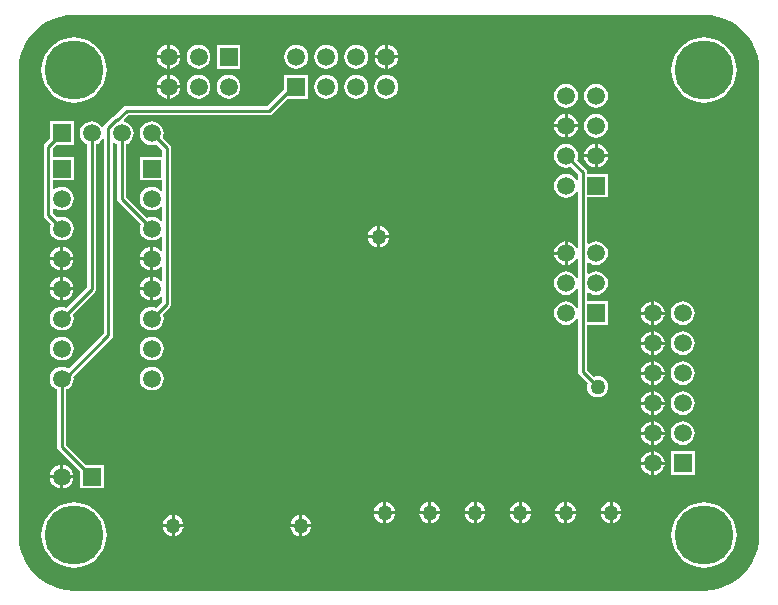
<source format=gbl>
G04 Layer_Physical_Order=2*
G04 Layer_Color=16711680*
%FSLAX24Y24*%
%MOIN*%
G70*
G01*
G75*
%ADD21C,0.0100*%
%ADD22R,0.0591X0.0591*%
%ADD23C,0.0591*%
%ADD24R,0.0591X0.0591*%
%ADD25C,0.1969*%
%ADD26C,0.0500*%
G36*
X21241Y17334D02*
X21479Y17287D01*
X21708Y17209D01*
X21925Y17102D01*
X22126Y16967D01*
X22308Y16808D01*
X22467Y16626D01*
X22602Y16425D01*
X22709Y16208D01*
X22787Y15979D01*
X22834Y15741D01*
X22849Y15510D01*
X22847Y15500D01*
Y0D01*
X22849Y-10D01*
X22834Y-241D01*
X22787Y-479D01*
X22709Y-708D01*
X22602Y-925D01*
X22467Y-1126D01*
X22308Y-1308D01*
X22126Y-1467D01*
X21925Y-1602D01*
X21708Y-1709D01*
X21479Y-1787D01*
X21241Y-1834D01*
X21010Y-1849D01*
X21000Y-1847D01*
X0D01*
X-10Y-1849D01*
X-241Y-1834D01*
X-479Y-1787D01*
X-708Y-1709D01*
X-925Y-1602D01*
X-1126Y-1467D01*
X-1308Y-1308D01*
X-1467Y-1126D01*
X-1602Y-925D01*
X-1709Y-708D01*
X-1787Y-479D01*
X-1834Y-241D01*
X-1849Y-10D01*
X-1847Y0D01*
Y15500D01*
X-1849Y15510D01*
X-1834Y15741D01*
X-1787Y15979D01*
X-1709Y16208D01*
X-1602Y16425D01*
X-1467Y16626D01*
X-1308Y16808D01*
X-1126Y16967D01*
X-925Y17102D01*
X-708Y17209D01*
X-479Y17287D01*
X-241Y17334D01*
X-10Y17349D01*
X0Y17347D01*
X21000D01*
X21010Y17349D01*
X21241Y17334D01*
D02*
G37*
%LPC*%
G36*
X19344Y2792D02*
Y2450D01*
X19686D01*
X19679Y2503D01*
X19639Y2599D01*
X19576Y2682D01*
X19494Y2745D01*
X19397Y2785D01*
X19344Y2792D01*
D02*
G37*
G36*
X19244Y2792D02*
X19191Y2785D01*
X19095Y2745D01*
X19012Y2682D01*
X18949Y2599D01*
X18909Y2503D01*
X18902Y2450D01*
X19244D01*
Y2792D01*
D02*
G37*
G36*
Y2350D02*
X18902D01*
X18909Y2297D01*
X18949Y2201D01*
X19012Y2118D01*
X19095Y2055D01*
X19191Y2015D01*
X19244Y2008D01*
Y2350D01*
D02*
G37*
G36*
X20294Y3799D02*
X20191Y3785D01*
X20095Y3745D01*
X20012Y3682D01*
X19949Y3599D01*
X19909Y3503D01*
X19896Y3400D01*
X19909Y3297D01*
X19949Y3201D01*
X20012Y3118D01*
X20095Y3055D01*
X20191Y3015D01*
X20294Y3001D01*
X20397Y3015D01*
X20494Y3055D01*
X20576Y3118D01*
X20639Y3201D01*
X20679Y3297D01*
X20693Y3400D01*
X20679Y3503D01*
X20639Y3599D01*
X20576Y3682D01*
X20494Y3745D01*
X20397Y3785D01*
X20294Y3799D01*
D02*
G37*
G36*
X19244Y3792D02*
X19191Y3785D01*
X19095Y3745D01*
X19012Y3682D01*
X18949Y3599D01*
X18909Y3503D01*
X18902Y3450D01*
X19244D01*
Y3792D01*
D02*
G37*
G36*
Y3350D02*
X18902D01*
X18909Y3297D01*
X18949Y3201D01*
X19012Y3118D01*
X19095Y3055D01*
X19191Y3015D01*
X19244Y3008D01*
Y3350D01*
D02*
G37*
G36*
X19686D02*
X19344D01*
Y3008D01*
X19397Y3015D01*
X19494Y3055D01*
X19576Y3118D01*
X19639Y3201D01*
X19679Y3297D01*
X19686Y3350D01*
D02*
G37*
G36*
Y2350D02*
X19344D01*
Y2008D01*
X19397Y2015D01*
X19494Y2055D01*
X19576Y2118D01*
X19639Y2201D01*
X19679Y2297D01*
X19686Y2350D01*
D02*
G37*
G36*
X-461Y1900D02*
X-803D01*
X-796Y1847D01*
X-756Y1751D01*
X-693Y1668D01*
X-610Y1605D01*
X-514Y1565D01*
X-461Y1558D01*
Y1900D01*
D02*
G37*
G36*
X17950Y1096D02*
Y800D01*
X18246D01*
X18241Y841D01*
X18206Y927D01*
X18150Y1000D01*
X18077Y1056D01*
X17991Y1091D01*
X17950Y1096D01*
D02*
G37*
G36*
X17850D02*
X17809Y1091D01*
X17723Y1056D01*
X17650Y1000D01*
X17594Y927D01*
X17559Y841D01*
X17554Y800D01*
X17850D01*
Y1096D01*
D02*
G37*
G36*
X-19Y1900D02*
X-361D01*
Y1558D01*
X-308Y1565D01*
X-212Y1605D01*
X-129Y1668D01*
X-66Y1751D01*
X-26Y1847D01*
X-19Y1900D01*
D02*
G37*
G36*
X20689Y2795D02*
X19899D01*
Y2005D01*
X20689D01*
Y2795D01*
D02*
G37*
G36*
X-361Y2342D02*
Y2000D01*
X-19D01*
X-26Y2053D01*
X-66Y2149D01*
X-129Y2232D01*
X-212Y2295D01*
X-308Y2335D01*
X-361Y2342D01*
D02*
G37*
G36*
X-461D02*
X-514Y2335D01*
X-610Y2295D01*
X-693Y2232D01*
X-756Y2149D01*
X-796Y2053D01*
X-803Y2000D01*
X-461D01*
Y2342D01*
D02*
G37*
G36*
X19344Y3792D02*
Y3450D01*
X19686D01*
X19679Y3503D01*
X19639Y3599D01*
X19576Y3682D01*
X19494Y3745D01*
X19397Y3785D01*
X19344Y3792D01*
D02*
G37*
G36*
Y5792D02*
Y5450D01*
X19686D01*
X19679Y5503D01*
X19639Y5599D01*
X19576Y5682D01*
X19494Y5745D01*
X19397Y5785D01*
X19344Y5792D01*
D02*
G37*
G36*
X19244Y5792D02*
X19191Y5785D01*
X19095Y5745D01*
X19012Y5682D01*
X18949Y5599D01*
X18909Y5503D01*
X18902Y5450D01*
X19244D01*
Y5792D01*
D02*
G37*
G36*
Y5350D02*
X18902D01*
X18909Y5297D01*
X18949Y5201D01*
X19012Y5118D01*
X19095Y5055D01*
X19191Y5015D01*
X19244Y5008D01*
Y5350D01*
D02*
G37*
G36*
X-411Y6618D02*
X-514Y6605D01*
X-610Y6565D01*
X-693Y6501D01*
X-756Y6419D01*
X-796Y6323D01*
X-810Y6219D01*
X-796Y6116D01*
X-756Y6020D01*
X-693Y5938D01*
X-610Y5874D01*
X-514Y5834D01*
X-411Y5821D01*
X-308Y5834D01*
X-212Y5874D01*
X-129Y5938D01*
X-66Y6020D01*
X-26Y6116D01*
X-12Y6219D01*
X-26Y6323D01*
X-66Y6419D01*
X-129Y6501D01*
X-212Y6565D01*
X-308Y6605D01*
X-411Y6618D01*
D02*
G37*
G36*
X19686Y6350D02*
X19344D01*
Y6008D01*
X19397Y6015D01*
X19494Y6055D01*
X19576Y6118D01*
X19639Y6201D01*
X19679Y6297D01*
X19686Y6350D01*
D02*
G37*
G36*
X20294Y6799D02*
X20191Y6785D01*
X20095Y6745D01*
X20012Y6682D01*
X19949Y6599D01*
X19909Y6503D01*
X19896Y6400D01*
X19909Y6297D01*
X19949Y6201D01*
X20012Y6118D01*
X20095Y6055D01*
X20191Y6015D01*
X20294Y6001D01*
X20397Y6015D01*
X20494Y6055D01*
X20576Y6118D01*
X20639Y6201D01*
X20679Y6297D01*
X20693Y6400D01*
X20679Y6503D01*
X20639Y6599D01*
X20576Y6682D01*
X20494Y6745D01*
X20397Y6785D01*
X20294Y6799D01*
D02*
G37*
G36*
X2589Y6618D02*
X2486Y6605D01*
X2390Y6565D01*
X2307Y6501D01*
X2244Y6419D01*
X2204Y6323D01*
X2190Y6219D01*
X2204Y6116D01*
X2244Y6020D01*
X2307Y5938D01*
X2390Y5874D01*
X2486Y5834D01*
X2589Y5821D01*
X2692Y5834D01*
X2788Y5874D01*
X2871Y5938D01*
X2934Y6020D01*
X2974Y6116D01*
X2988Y6219D01*
X2974Y6323D01*
X2934Y6419D01*
X2871Y6501D01*
X2788Y6565D01*
X2692Y6605D01*
X2589Y6618D01*
D02*
G37*
G36*
X19686Y5350D02*
X19344D01*
Y5008D01*
X19397Y5015D01*
X19494Y5055D01*
X19576Y5118D01*
X19639Y5201D01*
X19679Y5297D01*
X19686Y5350D01*
D02*
G37*
G36*
X19244Y4350D02*
X18902D01*
X18909Y4297D01*
X18949Y4201D01*
X19012Y4118D01*
X19095Y4055D01*
X19191Y4015D01*
X19244Y4008D01*
Y4350D01*
D02*
G37*
G36*
X19686D02*
X19344D01*
Y4008D01*
X19397Y4015D01*
X19494Y4055D01*
X19576Y4118D01*
X19639Y4201D01*
X19679Y4297D01*
X19686Y4350D01*
D02*
G37*
G36*
X20294Y4799D02*
X20191Y4785D01*
X20095Y4745D01*
X20012Y4682D01*
X19949Y4599D01*
X19909Y4503D01*
X19896Y4400D01*
X19909Y4297D01*
X19949Y4201D01*
X20012Y4118D01*
X20095Y4055D01*
X20191Y4015D01*
X20294Y4001D01*
X20397Y4015D01*
X20494Y4055D01*
X20576Y4118D01*
X20639Y4201D01*
X20679Y4297D01*
X20693Y4400D01*
X20679Y4503D01*
X20639Y4599D01*
X20576Y4682D01*
X20494Y4745D01*
X20397Y4785D01*
X20294Y4799D01*
D02*
G37*
G36*
X19244Y4792D02*
X19191Y4785D01*
X19095Y4745D01*
X19012Y4682D01*
X18949Y4599D01*
X18909Y4503D01*
X18902Y4450D01*
X19244D01*
Y4792D01*
D02*
G37*
G36*
X20294Y5799D02*
X20191Y5785D01*
X20095Y5745D01*
X20012Y5682D01*
X19949Y5599D01*
X19909Y5503D01*
X19896Y5400D01*
X19909Y5297D01*
X19949Y5201D01*
X20012Y5118D01*
X20095Y5055D01*
X20191Y5015D01*
X20294Y5001D01*
X20397Y5015D01*
X20494Y5055D01*
X20576Y5118D01*
X20639Y5201D01*
X20679Y5297D01*
X20693Y5400D01*
X20679Y5503D01*
X20639Y5599D01*
X20576Y5682D01*
X20494Y5745D01*
X20397Y5785D01*
X20294Y5799D01*
D02*
G37*
G36*
X2589Y5618D02*
X2486Y5605D01*
X2390Y5565D01*
X2307Y5501D01*
X2244Y5419D01*
X2204Y5323D01*
X2190Y5219D01*
X2204Y5116D01*
X2244Y5020D01*
X2307Y4938D01*
X2390Y4874D01*
X2486Y4834D01*
X2589Y4821D01*
X2692Y4834D01*
X2788Y4874D01*
X2871Y4938D01*
X2934Y5020D01*
X2974Y5116D01*
X2988Y5219D01*
X2974Y5323D01*
X2934Y5419D01*
X2871Y5501D01*
X2788Y5565D01*
X2692Y5605D01*
X2589Y5618D01*
D02*
G37*
G36*
X19344Y4792D02*
Y4450D01*
X19686D01*
X19679Y4503D01*
X19639Y4599D01*
X19576Y4682D01*
X19494Y4745D01*
X19397Y4785D01*
X19344Y4792D01*
D02*
G37*
G36*
X16440Y1096D02*
Y800D01*
X16736D01*
X16731Y841D01*
X16696Y927D01*
X16640Y1000D01*
X16567Y1056D01*
X16481Y1091D01*
X16440Y1096D01*
D02*
G37*
G36*
X10300Y700D02*
X10004D01*
X10009Y659D01*
X10044Y573D01*
X10100Y500D01*
X10173Y444D01*
X10259Y409D01*
X10300Y404D01*
Y700D01*
D02*
G37*
G36*
X7609Y665D02*
Y368D01*
X7905D01*
X7900Y410D01*
X7865Y495D01*
X7808Y568D01*
X7735Y624D01*
X7650Y659D01*
X7609Y665D01*
D02*
G37*
G36*
X7509D02*
X7467Y659D01*
X7382Y624D01*
X7309Y568D01*
X7253Y495D01*
X7218Y410D01*
X7212Y368D01*
X7509D01*
Y665D01*
D02*
G37*
G36*
X10696Y700D02*
X10400D01*
Y404D01*
X10441Y409D01*
X10527Y444D01*
X10600Y500D01*
X10656Y573D01*
X10691Y659D01*
X10696Y700D01*
D02*
G37*
G36*
X13320D02*
X13024D01*
X13029Y659D01*
X13064Y573D01*
X13120Y500D01*
X13193Y444D01*
X13279Y409D01*
X13320Y404D01*
Y700D01*
D02*
G37*
G36*
X12206D02*
X11910D01*
Y404D01*
X11951Y409D01*
X12037Y444D01*
X12110Y500D01*
X12166Y573D01*
X12201Y659D01*
X12206Y700D01*
D02*
G37*
G36*
X11810D02*
X11514D01*
X11519Y659D01*
X11554Y573D01*
X11610Y500D01*
X11683Y444D01*
X11769Y409D01*
X11810Y404D01*
Y700D01*
D02*
G37*
G36*
X3355Y665D02*
Y368D01*
X3652D01*
X3646Y410D01*
X3611Y495D01*
X3555Y568D01*
X3482Y624D01*
X3397Y659D01*
X3355Y665D01*
D02*
G37*
G36*
X3255Y268D02*
X2959D01*
X2964Y227D01*
X2999Y142D01*
X3056Y69D01*
X3129Y12D01*
X3214Y-23D01*
X3255Y-28D01*
Y268D01*
D02*
G37*
G36*
X21000Y1088D02*
X20830Y1074D01*
X20664Y1034D01*
X20506Y969D01*
X20361Y880D01*
X20231Y769D01*
X20120Y639D01*
X20031Y494D01*
X19966Y336D01*
X19926Y170D01*
X19912Y0D01*
X19926Y-170D01*
X19966Y-336D01*
X20031Y-494D01*
X20120Y-639D01*
X20231Y-769D01*
X20361Y-880D01*
X20506Y-969D01*
X20664Y-1034D01*
X20830Y-1074D01*
X21000Y-1088D01*
X21170Y-1074D01*
X21336Y-1034D01*
X21494Y-969D01*
X21639Y-880D01*
X21769Y-769D01*
X21880Y-639D01*
X21969Y-494D01*
X22034Y-336D01*
X22074Y-170D01*
X22088Y0D01*
X22074Y170D01*
X22034Y336D01*
X21969Y494D01*
X21880Y639D01*
X21769Y769D01*
X21639Y880D01*
X21494Y969D01*
X21336Y1034D01*
X21170Y1074D01*
X21000Y1088D01*
D02*
G37*
G36*
X0D02*
X-170Y1074D01*
X-336Y1034D01*
X-494Y969D01*
X-639Y880D01*
X-769Y769D01*
X-880Y639D01*
X-969Y494D01*
X-1034Y336D01*
X-1074Y170D01*
X-1088Y0D01*
X-1074Y-170D01*
X-1034Y-336D01*
X-969Y-494D01*
X-880Y-639D01*
X-769Y-769D01*
X-639Y-880D01*
X-494Y-969D01*
X-336Y-1034D01*
X-170Y-1074D01*
X0Y-1088D01*
X170Y-1074D01*
X336Y-1034D01*
X494Y-969D01*
X639Y-880D01*
X769Y-769D01*
X880Y-639D01*
X969Y-494D01*
X1034Y-336D01*
X1074Y-170D01*
X1088Y0D01*
X1074Y170D01*
X1034Y336D01*
X969Y494D01*
X880Y639D01*
X769Y769D01*
X639Y880D01*
X494Y969D01*
X336Y1034D01*
X170Y1074D01*
X0Y1088D01*
D02*
G37*
G36*
X3652Y268D02*
X3355D01*
Y-28D01*
X3397Y-23D01*
X3482Y12D01*
X3555Y69D01*
X3611Y142D01*
X3646Y227D01*
X3652Y268D01*
D02*
G37*
G36*
X3255Y665D02*
X3214Y659D01*
X3129Y624D01*
X3056Y568D01*
X2999Y495D01*
X2964Y410D01*
X2959Y368D01*
X3255D01*
Y665D01*
D02*
G37*
G36*
X7905Y268D02*
X7609D01*
Y-28D01*
X7650Y-23D01*
X7735Y12D01*
X7808Y69D01*
X7865Y142D01*
X7900Y227D01*
X7905Y268D01*
D02*
G37*
G36*
X7509D02*
X7212D01*
X7218Y227D01*
X7253Y142D01*
X7309Y69D01*
X7382Y12D01*
X7467Y-23D01*
X7509Y-28D01*
Y268D01*
D02*
G37*
G36*
X13716Y700D02*
X13420D01*
Y404D01*
X13461Y409D01*
X13547Y444D01*
X13620Y500D01*
X13676Y573D01*
X13711Y659D01*
X13716Y700D01*
D02*
G37*
G36*
X13320Y1096D02*
X13279Y1091D01*
X13193Y1056D01*
X13120Y1000D01*
X13064Y927D01*
X13029Y841D01*
X13024Y800D01*
X13320D01*
Y1096D01*
D02*
G37*
G36*
X11910D02*
Y800D01*
X12206D01*
X12201Y841D01*
X12166Y927D01*
X12110Y1000D01*
X12037Y1056D01*
X11951Y1091D01*
X11910Y1096D01*
D02*
G37*
G36*
X11810D02*
X11769Y1091D01*
X11683Y1056D01*
X11610Y1000D01*
X11554Y927D01*
X11519Y841D01*
X11514Y800D01*
X11810D01*
Y1096D01*
D02*
G37*
G36*
X13420D02*
Y800D01*
X13716D01*
X13711Y841D01*
X13676Y927D01*
X13620Y1000D01*
X13547Y1056D01*
X13461Y1091D01*
X13420Y1096D01*
D02*
G37*
G36*
X16340D02*
X16299Y1091D01*
X16213Y1056D01*
X16140Y1000D01*
X16084Y927D01*
X16049Y841D01*
X16044Y800D01*
X16340D01*
Y1096D01*
D02*
G37*
G36*
X14930D02*
Y800D01*
X15226D01*
X15221Y841D01*
X15186Y927D01*
X15130Y1000D01*
X15057Y1056D01*
X14971Y1091D01*
X14930Y1096D01*
D02*
G37*
G36*
X14830D02*
X14789Y1091D01*
X14703Y1056D01*
X14630Y1000D01*
X14574Y927D01*
X14539Y841D01*
X14534Y800D01*
X14830D01*
Y1096D01*
D02*
G37*
G36*
X10400D02*
Y800D01*
X10696D01*
X10691Y841D01*
X10656Y927D01*
X10600Y1000D01*
X10527Y1056D01*
X10441Y1091D01*
X10400Y1096D01*
D02*
G37*
G36*
X16340Y700D02*
X16044D01*
X16049Y659D01*
X16084Y573D01*
X16140Y500D01*
X16213Y444D01*
X16299Y409D01*
X16340Y404D01*
Y700D01*
D02*
G37*
G36*
X15226D02*
X14930D01*
Y404D01*
X14971Y409D01*
X15057Y444D01*
X15130Y500D01*
X15186Y573D01*
X15221Y659D01*
X15226Y700D01*
D02*
G37*
G36*
X14830D02*
X14534D01*
X14539Y659D01*
X14574Y573D01*
X14630Y500D01*
X14703Y444D01*
X14789Y409D01*
X14830Y404D01*
Y700D01*
D02*
G37*
G36*
X16736D02*
X16440D01*
Y404D01*
X16481Y409D01*
X16567Y444D01*
X16640Y500D01*
X16696Y573D01*
X16731Y659D01*
X16736Y700D01*
D02*
G37*
G36*
X10300Y1096D02*
X10259Y1091D01*
X10173Y1056D01*
X10100Y1000D01*
X10044Y927D01*
X10009Y841D01*
X10004Y800D01*
X10300D01*
Y1096D01*
D02*
G37*
G36*
X18246Y700D02*
X17950D01*
Y404D01*
X17991Y409D01*
X18077Y444D01*
X18150Y500D01*
X18206Y573D01*
X18241Y659D01*
X18246Y700D01*
D02*
G37*
G36*
X17850D02*
X17554D01*
X17559Y659D01*
X17594Y573D01*
X17650Y500D01*
X17723Y444D01*
X17809Y409D01*
X17850Y404D01*
Y700D01*
D02*
G37*
G36*
X19244Y6350D02*
X18902D01*
X18909Y6297D01*
X18949Y6201D01*
X19012Y6118D01*
X19095Y6055D01*
X19191Y6015D01*
X19244Y6008D01*
Y6350D01*
D02*
G37*
G36*
X5150Y15344D02*
X5047Y15330D01*
X4951Y15290D01*
X4868Y15227D01*
X4805Y15144D01*
X4765Y15048D01*
X4751Y14945D01*
X4765Y14842D01*
X4805Y14746D01*
X4868Y14663D01*
X4951Y14600D01*
X5047Y14560D01*
X5150Y14546D01*
X5253Y14560D01*
X5349Y14600D01*
X5432Y14663D01*
X5495Y14746D01*
X5535Y14842D01*
X5549Y14945D01*
X5535Y15048D01*
X5495Y15144D01*
X5432Y15227D01*
X5349Y15290D01*
X5253Y15330D01*
X5150Y15344D01*
D02*
G37*
G36*
X4150D02*
X4047Y15330D01*
X3951Y15290D01*
X3868Y15227D01*
X3805Y15144D01*
X3765Y15048D01*
X3751Y14945D01*
X3765Y14842D01*
X3805Y14746D01*
X3868Y14663D01*
X3951Y14600D01*
X4047Y14560D01*
X4150Y14546D01*
X4253Y14560D01*
X4349Y14600D01*
X4432Y14663D01*
X4495Y14746D01*
X4535Y14842D01*
X4549Y14945D01*
X4535Y15048D01*
X4495Y15144D01*
X4432Y15227D01*
X4349Y15290D01*
X4253Y15330D01*
X4150Y15344D01*
D02*
G37*
G36*
X21000Y16588D02*
X20830Y16574D01*
X20664Y16534D01*
X20506Y16469D01*
X20361Y16380D01*
X20231Y16269D01*
X20120Y16139D01*
X20031Y15994D01*
X19966Y15836D01*
X19926Y15670D01*
X19912Y15500D01*
X19926Y15330D01*
X19966Y15164D01*
X20031Y15006D01*
X20120Y14861D01*
X20231Y14731D01*
X20361Y14620D01*
X20506Y14531D01*
X20664Y14466D01*
X20830Y14426D01*
X21000Y14412D01*
X21170Y14426D01*
X21336Y14466D01*
X21494Y14531D01*
X21639Y14620D01*
X21769Y14731D01*
X21880Y14861D01*
X21969Y15006D01*
X22034Y15164D01*
X22074Y15330D01*
X22088Y15500D01*
X22074Y15670D01*
X22034Y15836D01*
X21969Y15994D01*
X21880Y16139D01*
X21769Y16269D01*
X21639Y16380D01*
X21494Y16469D01*
X21336Y16534D01*
X21170Y16574D01*
X21000Y16588D01*
D02*
G37*
G36*
X8410Y15344D02*
X8307Y15330D01*
X8211Y15290D01*
X8128Y15227D01*
X8065Y15144D01*
X8025Y15048D01*
X8011Y14945D01*
X8025Y14842D01*
X8065Y14746D01*
X8128Y14663D01*
X8211Y14600D01*
X8307Y14560D01*
X8410Y14546D01*
X8513Y14560D01*
X8609Y14600D01*
X8692Y14663D01*
X8755Y14746D01*
X8795Y14842D01*
X8809Y14945D01*
X8795Y15048D01*
X8755Y15144D01*
X8692Y15227D01*
X8609Y15290D01*
X8513Y15330D01*
X8410Y15344D01*
D02*
G37*
G36*
X3100Y14895D02*
X2758D01*
X2765Y14842D01*
X2805Y14746D01*
X2868Y14663D01*
X2951Y14600D01*
X3047Y14560D01*
X3100Y14553D01*
Y14895D01*
D02*
G37*
G36*
X10410Y15344D02*
X10307Y15330D01*
X10211Y15290D01*
X10128Y15227D01*
X10065Y15144D01*
X10025Y15048D01*
X10011Y14945D01*
X10025Y14842D01*
X10065Y14746D01*
X10128Y14663D01*
X10211Y14600D01*
X10307Y14560D01*
X10410Y14546D01*
X10513Y14560D01*
X10609Y14600D01*
X10692Y14663D01*
X10755Y14746D01*
X10795Y14842D01*
X10809Y14945D01*
X10795Y15048D01*
X10755Y15144D01*
X10692Y15227D01*
X10609Y15290D01*
X10513Y15330D01*
X10410Y15344D01*
D02*
G37*
G36*
X9410D02*
X9307Y15330D01*
X9211Y15290D01*
X9128Y15227D01*
X9065Y15144D01*
X9025Y15048D01*
X9011Y14945D01*
X9025Y14842D01*
X9065Y14746D01*
X9128Y14663D01*
X9211Y14600D01*
X9307Y14560D01*
X9410Y14546D01*
X9513Y14560D01*
X9609Y14600D01*
X9692Y14663D01*
X9755Y14746D01*
X9795Y14842D01*
X9809Y14945D01*
X9795Y15048D01*
X9755Y15144D01*
X9692Y15227D01*
X9609Y15290D01*
X9513Y15330D01*
X9410Y15344D01*
D02*
G37*
G36*
X0Y16588D02*
X-170Y16574D01*
X-336Y16534D01*
X-494Y16469D01*
X-639Y16380D01*
X-769Y16269D01*
X-880Y16139D01*
X-969Y15994D01*
X-1034Y15836D01*
X-1074Y15670D01*
X-1088Y15500D01*
X-1074Y15330D01*
X-1034Y15164D01*
X-969Y15006D01*
X-880Y14861D01*
X-769Y14731D01*
X-639Y14620D01*
X-494Y14531D01*
X-336Y14466D01*
X-170Y14426D01*
X0Y14412D01*
X170Y14426D01*
X336Y14466D01*
X494Y14531D01*
X639Y14620D01*
X769Y14731D01*
X880Y14861D01*
X969Y15006D01*
X1034Y15164D01*
X1074Y15330D01*
X1088Y15500D01*
X1074Y15670D01*
X1034Y15836D01*
X969Y15994D01*
X880Y16139D01*
X769Y16269D01*
X639Y16380D01*
X494Y16469D01*
X336Y16534D01*
X170Y16574D01*
X0Y16588D01*
D02*
G37*
G36*
X7805Y15340D02*
X7015D01*
Y14881D01*
X6437Y14303D01*
X1750D01*
X1691Y14291D01*
X1642Y14258D01*
X1374Y13991D01*
X1346Y13985D01*
X1296Y13952D01*
X1036Y13691D01*
X1002Y13641D01*
X1001Y13633D01*
X944Y13596D01*
X934Y13598D01*
X871Y13680D01*
X788Y13744D01*
X692Y13783D01*
X589Y13797D01*
X486Y13783D01*
X390Y13744D01*
X307Y13680D01*
X244Y13598D01*
X204Y13502D01*
X190Y13398D01*
X204Y13295D01*
X244Y13199D01*
X307Y13116D01*
X390Y13053D01*
X436Y13034D01*
Y8283D01*
X-261Y7585D01*
X-308Y7605D01*
X-411Y7618D01*
X-514Y7605D01*
X-610Y7565D01*
X-693Y7501D01*
X-756Y7419D01*
X-796Y7323D01*
X-810Y7219D01*
X-796Y7116D01*
X-756Y7020D01*
X-693Y6938D01*
X-610Y6874D01*
X-514Y6834D01*
X-411Y6821D01*
X-308Y6834D01*
X-212Y6874D01*
X-129Y6938D01*
X-66Y7020D01*
X-26Y7116D01*
X-12Y7219D01*
X-26Y7323D01*
X-45Y7369D01*
X697Y8111D01*
X730Y8161D01*
X742Y8219D01*
Y13034D01*
X788Y13053D01*
X871Y13116D01*
X934Y13199D01*
X941Y13215D01*
X991Y13205D01*
Y6728D01*
X-190Y5548D01*
X-212Y5565D01*
X-308Y5605D01*
X-411Y5618D01*
X-514Y5605D01*
X-610Y5565D01*
X-693Y5501D01*
X-756Y5419D01*
X-796Y5323D01*
X-810Y5219D01*
X-796Y5116D01*
X-756Y5020D01*
X-693Y4938D01*
X-610Y4874D01*
X-564Y4855D01*
Y2950D01*
X-552Y2891D01*
X-519Y2842D01*
X194Y2129D01*
Y1555D01*
X984D01*
Y2345D01*
X410D01*
X-258Y3013D01*
Y4855D01*
X-212Y4874D01*
X-129Y4938D01*
X-66Y5020D01*
X-26Y5116D01*
X-12Y5219D01*
X-21Y5284D01*
X1252Y6557D01*
X1285Y6606D01*
X1297Y6665D01*
Y13061D01*
X1347Y13086D01*
X1390Y13053D01*
X1436Y13034D01*
Y11219D01*
X1448Y11161D01*
X1481Y11111D01*
X2223Y10369D01*
X2204Y10323D01*
X2190Y10219D01*
X2204Y10116D01*
X2244Y10020D01*
X2307Y9938D01*
X2390Y9874D01*
X2486Y9834D01*
X2589Y9821D01*
X2692Y9834D01*
X2788Y9874D01*
X2871Y9938D01*
X2886Y9957D01*
X2936Y9940D01*
Y9499D01*
X2886Y9482D01*
X2871Y9501D01*
X2788Y9565D01*
X2692Y9605D01*
X2639Y9612D01*
Y9219D01*
Y8827D01*
X2692Y8834D01*
X2788Y8874D01*
X2871Y8938D01*
X2886Y8957D01*
X2936Y8940D01*
Y8499D01*
X2886Y8482D01*
X2871Y8501D01*
X2788Y8565D01*
X2692Y8605D01*
X2639Y8612D01*
Y8219D01*
Y7827D01*
X2692Y7834D01*
X2788Y7874D01*
X2871Y7938D01*
X2886Y7957D01*
X2936Y7940D01*
Y7783D01*
X2739Y7585D01*
X2692Y7605D01*
X2589Y7618D01*
X2486Y7605D01*
X2390Y7565D01*
X2307Y7501D01*
X2244Y7419D01*
X2204Y7323D01*
X2190Y7219D01*
X2204Y7116D01*
X2244Y7020D01*
X2307Y6938D01*
X2390Y6874D01*
X2486Y6834D01*
X2589Y6821D01*
X2692Y6834D01*
X2788Y6874D01*
X2871Y6938D01*
X2934Y7020D01*
X2974Y7116D01*
X2988Y7219D01*
X2974Y7323D01*
X2955Y7369D01*
X3197Y7611D01*
X3230Y7661D01*
X3242Y7719D01*
Y12898D01*
X3230Y12957D01*
X3197Y13006D01*
X2955Y13249D01*
X2974Y13295D01*
X2988Y13398D01*
X2974Y13502D01*
X2934Y13598D01*
X2871Y13680D01*
X2788Y13744D01*
X2692Y13783D01*
X2589Y13797D01*
X2486Y13783D01*
X2390Y13744D01*
X2307Y13680D01*
X2244Y13598D01*
X2204Y13502D01*
X2190Y13398D01*
X2204Y13295D01*
X2244Y13199D01*
X2307Y13116D01*
X2390Y13053D01*
X2486Y13013D01*
X2589Y13000D01*
X2692Y13013D01*
X2739Y13032D01*
X2936Y12835D01*
Y12615D01*
X2194D01*
Y11824D01*
X2936D01*
Y11499D01*
X2886Y11482D01*
X2871Y11501D01*
X2788Y11565D01*
X2692Y11605D01*
X2589Y11618D01*
X2486Y11605D01*
X2390Y11565D01*
X2307Y11501D01*
X2244Y11419D01*
X2204Y11323D01*
X2190Y11219D01*
X2204Y11116D01*
X2244Y11020D01*
X2307Y10938D01*
X2390Y10874D01*
X2486Y10834D01*
X2589Y10821D01*
X2692Y10834D01*
X2788Y10874D01*
X2871Y10938D01*
X2886Y10957D01*
X2936Y10940D01*
Y10499D01*
X2886Y10482D01*
X2871Y10501D01*
X2788Y10565D01*
X2692Y10605D01*
X2589Y10618D01*
X2486Y10605D01*
X2439Y10585D01*
X1742Y11283D01*
Y13034D01*
X1788Y13053D01*
X1871Y13116D01*
X1934Y13199D01*
X1974Y13295D01*
X1988Y13398D01*
X1974Y13502D01*
X1934Y13598D01*
X1871Y13680D01*
X1788Y13744D01*
X1692Y13783D01*
X1667Y13787D01*
X1650Y13834D01*
X1813Y13997D01*
X6500D01*
X6559Y14009D01*
X6608Y14042D01*
X7116Y14550D01*
X7805D01*
Y15340D01*
D02*
G37*
G36*
X16792Y13600D02*
X16450D01*
Y13258D01*
X16503Y13265D01*
X16599Y13305D01*
X16682Y13368D01*
X16745Y13451D01*
X16785Y13547D01*
X16792Y13600D01*
D02*
G37*
G36*
X16350D02*
X16008D01*
X16015Y13547D01*
X16055Y13451D01*
X16118Y13368D01*
X16201Y13305D01*
X16297Y13265D01*
X16350Y13258D01*
Y13600D01*
D02*
G37*
G36*
Y14042D02*
X16297Y14035D01*
X16201Y13995D01*
X16118Y13932D01*
X16055Y13849D01*
X16015Y13753D01*
X16008Y13700D01*
X16350D01*
Y14042D01*
D02*
G37*
G36*
X17400Y15049D02*
X17297Y15035D01*
X17201Y14995D01*
X17118Y14932D01*
X17055Y14849D01*
X17015Y14753D01*
X17001Y14650D01*
X17015Y14547D01*
X17055Y14451D01*
X17118Y14368D01*
X17201Y14305D01*
X17297Y14265D01*
X17400Y14251D01*
X17503Y14265D01*
X17599Y14305D01*
X17682Y14368D01*
X17745Y14451D01*
X17785Y14547D01*
X17799Y14650D01*
X17785Y14753D01*
X17745Y14849D01*
X17682Y14932D01*
X17599Y14995D01*
X17503Y15035D01*
X17400Y15049D01*
D02*
G37*
G36*
X16400D02*
X16297Y15035D01*
X16201Y14995D01*
X16118Y14932D01*
X16055Y14849D01*
X16015Y14753D01*
X16001Y14650D01*
X16015Y14547D01*
X16055Y14451D01*
X16118Y14368D01*
X16201Y14305D01*
X16297Y14265D01*
X16400Y14251D01*
X16503Y14265D01*
X16599Y14305D01*
X16682Y14368D01*
X16745Y14451D01*
X16785Y14547D01*
X16799Y14650D01*
X16785Y14753D01*
X16745Y14849D01*
X16682Y14932D01*
X16599Y14995D01*
X16503Y15035D01*
X16400Y15049D01*
D02*
G37*
G36*
X16450Y14042D02*
Y13700D01*
X16792D01*
X16785Y13753D01*
X16745Y13849D01*
X16682Y13932D01*
X16599Y13995D01*
X16503Y14035D01*
X16450Y14042D01*
D02*
G37*
G36*
X3542Y14895D02*
X3200D01*
Y14553D01*
X3253Y14560D01*
X3349Y14600D01*
X3432Y14663D01*
X3495Y14746D01*
X3535Y14842D01*
X3542Y14895D01*
D02*
G37*
G36*
Y15895D02*
X3200D01*
Y15553D01*
X3253Y15560D01*
X3349Y15600D01*
X3432Y15663D01*
X3495Y15746D01*
X3535Y15842D01*
X3542Y15895D01*
D02*
G37*
G36*
X10802Y15895D02*
X10460D01*
Y15553D01*
X10513Y15560D01*
X10609Y15600D01*
X10692Y15663D01*
X10755Y15746D01*
X10795Y15842D01*
X10802Y15895D01*
D02*
G37*
G36*
X10360D02*
X10018D01*
X10025Y15842D01*
X10065Y15746D01*
X10128Y15663D01*
X10211Y15600D01*
X10307Y15560D01*
X10360Y15553D01*
Y15895D01*
D02*
G37*
G36*
X3100Y16337D02*
X3047Y16330D01*
X2951Y16290D01*
X2868Y16227D01*
X2805Y16144D01*
X2765Y16048D01*
X2758Y15995D01*
X3100D01*
Y16337D01*
D02*
G37*
G36*
X10460D02*
Y15995D01*
X10802D01*
X10795Y16048D01*
X10755Y16144D01*
X10692Y16227D01*
X10609Y16290D01*
X10513Y16330D01*
X10460Y16337D01*
D02*
G37*
G36*
X10360D02*
X10307Y16330D01*
X10211Y16290D01*
X10128Y16227D01*
X10065Y16144D01*
X10025Y16048D01*
X10018Y15995D01*
X10360D01*
Y16337D01*
D02*
G37*
G36*
X3200D02*
Y15995D01*
X3542D01*
X3535Y16048D01*
X3495Y16144D01*
X3432Y16227D01*
X3349Y16290D01*
X3253Y16330D01*
X3200Y16337D01*
D02*
G37*
G36*
X3100Y15895D02*
X2758D01*
X2765Y15842D01*
X2805Y15746D01*
X2868Y15663D01*
X2951Y15600D01*
X3047Y15560D01*
X3100Y15553D01*
Y15895D01*
D02*
G37*
G36*
X4150Y16344D02*
X4047Y16330D01*
X3951Y16290D01*
X3868Y16227D01*
X3805Y16144D01*
X3765Y16048D01*
X3751Y15945D01*
X3765Y15842D01*
X3805Y15746D01*
X3868Y15663D01*
X3951Y15600D01*
X4047Y15560D01*
X4150Y15546D01*
X4253Y15560D01*
X4349Y15600D01*
X4432Y15663D01*
X4495Y15746D01*
X4535Y15842D01*
X4549Y15945D01*
X4535Y16048D01*
X4495Y16144D01*
X4432Y16227D01*
X4349Y16290D01*
X4253Y16330D01*
X4150Y16344D01*
D02*
G37*
G36*
X3200Y15337D02*
Y14995D01*
X3542D01*
X3535Y15048D01*
X3495Y15144D01*
X3432Y15227D01*
X3349Y15290D01*
X3253Y15330D01*
X3200Y15337D01*
D02*
G37*
G36*
X3100D02*
X3047Y15330D01*
X2951Y15290D01*
X2868Y15227D01*
X2805Y15144D01*
X2765Y15048D01*
X2758Y14995D01*
X3100D01*
Y15337D01*
D02*
G37*
G36*
X7410Y16344D02*
X7307Y16330D01*
X7211Y16290D01*
X7128Y16227D01*
X7065Y16144D01*
X7025Y16048D01*
X7011Y15945D01*
X7025Y15842D01*
X7065Y15746D01*
X7128Y15663D01*
X7211Y15600D01*
X7307Y15560D01*
X7410Y15546D01*
X7513Y15560D01*
X7609Y15600D01*
X7692Y15663D01*
X7755Y15746D01*
X7795Y15842D01*
X7809Y15945D01*
X7795Y16048D01*
X7755Y16144D01*
X7692Y16227D01*
X7609Y16290D01*
X7513Y16330D01*
X7410Y16344D01*
D02*
G37*
G36*
X5545Y16340D02*
X4755D01*
Y15550D01*
X5545D01*
Y16340D01*
D02*
G37*
G36*
X9410Y16344D02*
X9307Y16330D01*
X9211Y16290D01*
X9128Y16227D01*
X9065Y16144D01*
X9025Y16048D01*
X9011Y15945D01*
X9025Y15842D01*
X9065Y15746D01*
X9128Y15663D01*
X9211Y15600D01*
X9307Y15560D01*
X9410Y15546D01*
X9513Y15560D01*
X9609Y15600D01*
X9692Y15663D01*
X9755Y15746D01*
X9795Y15842D01*
X9809Y15945D01*
X9795Y16048D01*
X9755Y16144D01*
X9692Y16227D01*
X9609Y16290D01*
X9513Y16330D01*
X9410Y16344D01*
D02*
G37*
G36*
X8410D02*
X8307Y16330D01*
X8211Y16290D01*
X8128Y16227D01*
X8065Y16144D01*
X8025Y16048D01*
X8011Y15945D01*
X8025Y15842D01*
X8065Y15746D01*
X8128Y15663D01*
X8211Y15600D01*
X8307Y15560D01*
X8410Y15546D01*
X8513Y15560D01*
X8609Y15600D01*
X8692Y15663D01*
X8755Y15746D01*
X8795Y15842D01*
X8809Y15945D01*
X8795Y16048D01*
X8755Y16144D01*
X8692Y16227D01*
X8609Y16290D01*
X8513Y16330D01*
X8410Y16344D01*
D02*
G37*
G36*
X17400Y14049D02*
X17297Y14035D01*
X17201Y13995D01*
X17118Y13932D01*
X17055Y13849D01*
X17015Y13753D01*
X17001Y13650D01*
X17015Y13547D01*
X17055Y13451D01*
X17118Y13368D01*
X17201Y13305D01*
X17297Y13265D01*
X17400Y13251D01*
X17503Y13265D01*
X17599Y13305D01*
X17682Y13368D01*
X17745Y13451D01*
X17785Y13547D01*
X17799Y13650D01*
X17785Y13753D01*
X17745Y13849D01*
X17682Y13932D01*
X17599Y13995D01*
X17503Y14035D01*
X17400Y14049D01*
D02*
G37*
G36*
X-461Y8612D02*
X-514Y8605D01*
X-610Y8565D01*
X-693Y8501D01*
X-756Y8419D01*
X-796Y8323D01*
X-803Y8269D01*
X-461D01*
Y8612D01*
D02*
G37*
G36*
X2539Y8169D02*
X2197D01*
X2204Y8116D01*
X2244Y8020D01*
X2307Y7938D01*
X2390Y7874D01*
X2486Y7834D01*
X2539Y7827D01*
Y8169D01*
D02*
G37*
G36*
X-461D02*
X-803D01*
X-796Y8116D01*
X-756Y8020D01*
X-693Y7938D01*
X-610Y7874D01*
X-514Y7834D01*
X-461Y7827D01*
Y8169D01*
D02*
G37*
G36*
X2539Y8612D02*
X2486Y8605D01*
X2390Y8565D01*
X2307Y8501D01*
X2244Y8419D01*
X2204Y8323D01*
X2197Y8269D01*
X2539D01*
Y8612D01*
D02*
G37*
G36*
X-461Y9169D02*
X-803D01*
X-796Y9116D01*
X-756Y9020D01*
X-693Y8938D01*
X-610Y8874D01*
X-514Y8834D01*
X-461Y8827D01*
Y9169D01*
D02*
G37*
G36*
X-19D02*
X-361D01*
Y8827D01*
X-308Y8834D01*
X-212Y8874D01*
X-129Y8938D01*
X-66Y9020D01*
X-26Y9116D01*
X-19Y9169D01*
D02*
G37*
G36*
X-361Y8612D02*
Y8269D01*
X-19D01*
X-26Y8323D01*
X-66Y8419D01*
X-129Y8501D01*
X-212Y8565D01*
X-308Y8605D01*
X-361Y8612D01*
D02*
G37*
G36*
X-19Y8169D02*
X-361D01*
Y7827D01*
X-308Y7834D01*
X-212Y7874D01*
X-129Y7938D01*
X-66Y8020D01*
X-26Y8116D01*
X-19Y8169D01*
D02*
G37*
G36*
X20294Y7799D02*
X20191Y7785D01*
X20095Y7745D01*
X20012Y7682D01*
X19949Y7599D01*
X19909Y7503D01*
X19896Y7400D01*
X19909Y7297D01*
X19949Y7201D01*
X20012Y7118D01*
X20095Y7055D01*
X20191Y7015D01*
X20294Y7001D01*
X20397Y7015D01*
X20494Y7055D01*
X20576Y7118D01*
X20639Y7201D01*
X20679Y7297D01*
X20693Y7400D01*
X20679Y7503D01*
X20639Y7599D01*
X20576Y7682D01*
X20494Y7745D01*
X20397Y7785D01*
X20294Y7799D01*
D02*
G37*
G36*
X19344Y6792D02*
Y6450D01*
X19686D01*
X19679Y6503D01*
X19639Y6599D01*
X19576Y6682D01*
X19494Y6745D01*
X19397Y6785D01*
X19344Y6792D01*
D02*
G37*
G36*
X19244Y6792D02*
X19191Y6785D01*
X19095Y6745D01*
X19012Y6682D01*
X18949Y6599D01*
X18909Y6503D01*
X18902Y6450D01*
X19244D01*
Y6792D01*
D02*
G37*
G36*
X19686Y7350D02*
X19344D01*
Y7008D01*
X19397Y7015D01*
X19494Y7055D01*
X19576Y7118D01*
X19639Y7201D01*
X19679Y7297D01*
X19686Y7350D01*
D02*
G37*
G36*
X19344Y7792D02*
Y7450D01*
X19686D01*
X19679Y7503D01*
X19639Y7599D01*
X19576Y7682D01*
X19494Y7745D01*
X19397Y7785D01*
X19344Y7792D01*
D02*
G37*
G36*
X19244Y7792D02*
X19191Y7785D01*
X19095Y7745D01*
X19012Y7682D01*
X18949Y7599D01*
X18909Y7503D01*
X18902Y7450D01*
X19244D01*
Y7792D01*
D02*
G37*
G36*
Y7350D02*
X18902D01*
X18909Y7297D01*
X18949Y7201D01*
X19012Y7118D01*
X19095Y7055D01*
X19191Y7015D01*
X19244Y7008D01*
Y7350D01*
D02*
G37*
G36*
X2539Y9169D02*
X2197D01*
X2204Y9116D01*
X2244Y9020D01*
X2307Y8938D01*
X2390Y8874D01*
X2486Y8834D01*
X2539Y8827D01*
Y9169D01*
D02*
G37*
G36*
X16400Y13049D02*
X16297Y13035D01*
X16201Y12995D01*
X16118Y12932D01*
X16055Y12849D01*
X16015Y12753D01*
X16001Y12650D01*
X16015Y12547D01*
X16055Y12451D01*
X16118Y12368D01*
X16201Y12305D01*
X16297Y12265D01*
X16400Y12251D01*
X16503Y12265D01*
X16550Y12284D01*
X16802Y12032D01*
Y11844D01*
X16752Y11834D01*
X16745Y11849D01*
X16682Y11932D01*
X16599Y11995D01*
X16503Y12035D01*
X16400Y12049D01*
X16297Y12035D01*
X16201Y11995D01*
X16118Y11932D01*
X16055Y11849D01*
X16015Y11753D01*
X16001Y11650D01*
X16015Y11547D01*
X16055Y11451D01*
X16118Y11368D01*
X16201Y11305D01*
X16297Y11265D01*
X16400Y11251D01*
X16503Y11265D01*
X16599Y11305D01*
X16682Y11368D01*
X16745Y11451D01*
X16752Y11466D01*
X16802Y11456D01*
Y9594D01*
X16752Y9584D01*
X16745Y9599D01*
X16682Y9682D01*
X16599Y9745D01*
X16503Y9785D01*
X16450Y9792D01*
Y9400D01*
Y9008D01*
X16503Y9015D01*
X16599Y9055D01*
X16682Y9118D01*
X16745Y9201D01*
X16752Y9216D01*
X16802Y9206D01*
Y8594D01*
X16752Y8584D01*
X16745Y8599D01*
X16682Y8682D01*
X16599Y8745D01*
X16503Y8785D01*
X16400Y8799D01*
X16297Y8785D01*
X16201Y8745D01*
X16118Y8682D01*
X16055Y8599D01*
X16015Y8503D01*
X16001Y8400D01*
X16015Y8297D01*
X16055Y8201D01*
X16118Y8118D01*
X16201Y8055D01*
X16297Y8015D01*
X16400Y8001D01*
X16503Y8015D01*
X16599Y8055D01*
X16682Y8118D01*
X16745Y8201D01*
X16752Y8216D01*
X16802Y8206D01*
Y7594D01*
X16752Y7584D01*
X16745Y7599D01*
X16682Y7682D01*
X16599Y7745D01*
X16503Y7785D01*
X16400Y7799D01*
X16297Y7785D01*
X16201Y7745D01*
X16118Y7682D01*
X16055Y7599D01*
X16015Y7503D01*
X16001Y7400D01*
X16015Y7297D01*
X16055Y7201D01*
X16118Y7118D01*
X16201Y7055D01*
X16297Y7015D01*
X16400Y7001D01*
X16503Y7015D01*
X16599Y7055D01*
X16682Y7118D01*
X16745Y7201D01*
X16752Y7216D01*
X16802Y7206D01*
Y5449D01*
X16813Y5391D01*
X16847Y5341D01*
X17119Y5069D01*
X17109Y5045D01*
X17097Y4954D01*
X17109Y4863D01*
X17144Y4778D01*
X17200Y4704D01*
X17273Y4648D01*
X17359Y4613D01*
X17450Y4601D01*
X17541Y4613D01*
X17627Y4648D01*
X17700Y4704D01*
X17756Y4778D01*
X17791Y4863D01*
X17803Y4954D01*
X17791Y5045D01*
X17756Y5131D01*
X17700Y5204D01*
X17627Y5260D01*
X17541Y5295D01*
X17450Y5307D01*
X17359Y5295D01*
X17335Y5285D01*
X17108Y5513D01*
Y7005D01*
X17795D01*
Y7795D01*
X17108D01*
Y8063D01*
X17158Y8088D01*
X17201Y8055D01*
X17297Y8015D01*
X17400Y8001D01*
X17503Y8015D01*
X17599Y8055D01*
X17682Y8118D01*
X17745Y8201D01*
X17785Y8297D01*
X17799Y8400D01*
X17785Y8503D01*
X17745Y8599D01*
X17682Y8682D01*
X17599Y8745D01*
X17503Y8785D01*
X17400Y8799D01*
X17297Y8785D01*
X17201Y8745D01*
X17158Y8712D01*
X17108Y8737D01*
Y9063D01*
X17158Y9088D01*
X17201Y9055D01*
X17297Y9015D01*
X17400Y9001D01*
X17503Y9015D01*
X17599Y9055D01*
X17682Y9118D01*
X17745Y9201D01*
X17785Y9297D01*
X17799Y9400D01*
X17785Y9503D01*
X17745Y9599D01*
X17682Y9682D01*
X17599Y9745D01*
X17503Y9785D01*
X17400Y9799D01*
X17297Y9785D01*
X17201Y9745D01*
X17158Y9712D01*
X17108Y9737D01*
Y11255D01*
X17795D01*
Y12045D01*
X17108D01*
Y12095D01*
X17096Y12154D01*
X17063Y12203D01*
X16766Y12500D01*
X16785Y12547D01*
X16799Y12650D01*
X16785Y12753D01*
X16745Y12849D01*
X16682Y12932D01*
X16599Y12995D01*
X16503Y13035D01*
X16400Y13049D01*
D02*
G37*
G36*
X-16Y13794D02*
X-806D01*
Y13219D01*
X-969Y13056D01*
X-1002Y13007D01*
X-1014Y12948D01*
Y10669D01*
X-1002Y10611D01*
X-969Y10561D01*
X-777Y10369D01*
X-796Y10323D01*
X-810Y10219D01*
X-796Y10116D01*
X-756Y10020D01*
X-693Y9938D01*
X-610Y9874D01*
X-514Y9834D01*
X-411Y9821D01*
X-308Y9834D01*
X-212Y9874D01*
X-129Y9938D01*
X-66Y10020D01*
X-26Y10116D01*
X-12Y10219D01*
X-26Y10323D01*
X-66Y10419D01*
X-129Y10501D01*
X-212Y10565D01*
X-308Y10605D01*
X-411Y10618D01*
X-514Y10605D01*
X-561Y10585D01*
X-708Y10733D01*
Y10886D01*
X-658Y10911D01*
X-610Y10874D01*
X-514Y10834D01*
X-411Y10821D01*
X-308Y10834D01*
X-212Y10874D01*
X-129Y10938D01*
X-66Y11020D01*
X-26Y11116D01*
X-12Y11219D01*
X-26Y11323D01*
X-66Y11419D01*
X-129Y11501D01*
X-212Y11565D01*
X-308Y11605D01*
X-411Y11618D01*
X-514Y11605D01*
X-610Y11565D01*
X-658Y11528D01*
X-708Y11553D01*
Y11824D01*
X-16D01*
Y12615D01*
X-708D01*
Y12885D01*
X-590Y13003D01*
X-16D01*
Y13794D01*
D02*
G37*
G36*
X10200Y10296D02*
Y10000D01*
X10496D01*
X10491Y10041D01*
X10456Y10127D01*
X10400Y10200D01*
X10327Y10256D01*
X10241Y10291D01*
X10200Y10296D01*
D02*
G37*
G36*
X17350Y12600D02*
X17008D01*
X17015Y12547D01*
X17055Y12451D01*
X17118Y12368D01*
X17201Y12305D01*
X17297Y12265D01*
X17350Y12258D01*
Y12600D01*
D02*
G37*
G36*
X17450Y13042D02*
Y12700D01*
X17792D01*
X17785Y12753D01*
X17745Y12849D01*
X17682Y12932D01*
X17599Y12995D01*
X17503Y13035D01*
X17450Y13042D01*
D02*
G37*
G36*
X17350D02*
X17297Y13035D01*
X17201Y12995D01*
X17118Y12932D01*
X17055Y12849D01*
X17015Y12753D01*
X17008Y12700D01*
X17350D01*
Y13042D01*
D02*
G37*
G36*
X17792Y12600D02*
X17450D01*
Y12258D01*
X17503Y12265D01*
X17599Y12305D01*
X17682Y12368D01*
X17745Y12451D01*
X17785Y12547D01*
X17792Y12600D01*
D02*
G37*
G36*
X10100Y10296D02*
X10059Y10291D01*
X9973Y10256D01*
X9900Y10200D01*
X9844Y10127D01*
X9809Y10041D01*
X9804Y10000D01*
X10100D01*
Y10296D01*
D02*
G37*
G36*
X2539Y9612D02*
X2486Y9605D01*
X2390Y9565D01*
X2307Y9501D01*
X2244Y9419D01*
X2204Y9323D01*
X2197Y9269D01*
X2539D01*
Y9612D01*
D02*
G37*
G36*
X-461D02*
X-514Y9605D01*
X-610Y9565D01*
X-693Y9501D01*
X-756Y9419D01*
X-796Y9323D01*
X-803Y9269D01*
X-461D01*
Y9612D01*
D02*
G37*
G36*
X16350Y9350D02*
X16008D01*
X16015Y9297D01*
X16055Y9201D01*
X16118Y9118D01*
X16201Y9055D01*
X16297Y9015D01*
X16350Y9008D01*
Y9350D01*
D02*
G37*
G36*
X-361Y9612D02*
Y9269D01*
X-19D01*
X-26Y9323D01*
X-66Y9419D01*
X-129Y9501D01*
X-212Y9565D01*
X-308Y9605D01*
X-361Y9612D01*
D02*
G37*
G36*
X10496Y9900D02*
X10200D01*
Y9604D01*
X10241Y9609D01*
X10327Y9644D01*
X10400Y9700D01*
X10456Y9773D01*
X10491Y9859D01*
X10496Y9900D01*
D02*
G37*
G36*
X10100D02*
X9804D01*
X9809Y9859D01*
X9844Y9773D01*
X9900Y9700D01*
X9973Y9644D01*
X10059Y9609D01*
X10100Y9604D01*
Y9900D01*
D02*
G37*
G36*
X16350Y9792D02*
X16297Y9785D01*
X16201Y9745D01*
X16118Y9682D01*
X16055Y9599D01*
X16015Y9503D01*
X16008Y9450D01*
X16350D01*
Y9792D01*
D02*
G37*
%LPD*%
D21*
X1444Y13844D02*
X1750Y14150D01*
X6500D01*
X7295Y14945D01*
X7410D01*
X1144Y6665D02*
Y13583D01*
X1405Y13844D01*
X1444D01*
X16400Y12650D02*
X16955Y12095D01*
Y5449D02*
X17450Y4954D01*
X16955Y5449D02*
Y12095D01*
X-411Y2950D02*
Y5219D01*
Y2950D02*
X589Y1950D01*
X-411Y5219D02*
X-302D01*
X1144Y6665D01*
X589Y8219D02*
Y13398D01*
X-411Y7219D02*
X589Y8219D01*
X1589Y11219D02*
Y13398D01*
Y11219D02*
X2589Y10219D01*
Y13398D02*
X3089Y12898D01*
Y7719D02*
Y12898D01*
X2589Y7219D02*
X3089Y7719D01*
X-861Y10669D02*
X-411Y10219D01*
X-861Y10669D02*
Y12948D01*
X-411Y13398D01*
D22*
X20294Y2400D02*
D03*
X-411Y12219D02*
D03*
X2589D02*
D03*
X17400Y7400D02*
D03*
Y11650D02*
D03*
D23*
X19294Y2400D02*
D03*
X20294Y3400D02*
D03*
X19294D02*
D03*
X20294Y4400D02*
D03*
X19294D02*
D03*
X20294Y5400D02*
D03*
X19294D02*
D03*
X20294Y6400D02*
D03*
X19294D02*
D03*
X20294Y7400D02*
D03*
X19294D02*
D03*
X-411Y5219D02*
D03*
Y6219D02*
D03*
Y7219D02*
D03*
Y8219D02*
D03*
Y9219D02*
D03*
Y10219D02*
D03*
Y11219D02*
D03*
X2589Y5219D02*
D03*
Y6219D02*
D03*
Y7219D02*
D03*
Y8219D02*
D03*
Y9219D02*
D03*
Y10219D02*
D03*
Y11219D02*
D03*
X16400Y9400D02*
D03*
X17400D02*
D03*
X16400Y8400D02*
D03*
X17400D02*
D03*
X16400Y7400D02*
D03*
X3150Y14945D02*
D03*
Y15945D02*
D03*
X4150Y14945D02*
D03*
Y15945D02*
D03*
X5150Y14945D02*
D03*
X16400Y11650D02*
D03*
X17400Y12650D02*
D03*
X16400D02*
D03*
X17400Y13650D02*
D03*
X16400D02*
D03*
X17400Y14650D02*
D03*
X16400D02*
D03*
X-411Y1950D02*
D03*
X7410Y15945D02*
D03*
X8410Y14945D02*
D03*
Y15945D02*
D03*
X9410Y14945D02*
D03*
Y15945D02*
D03*
X10410Y14945D02*
D03*
Y15945D02*
D03*
X589Y13398D02*
D03*
X1589D02*
D03*
X2589D02*
D03*
D24*
X5150Y15945D02*
D03*
X589Y1950D02*
D03*
X7410Y14945D02*
D03*
X-411Y13398D02*
D03*
D25*
X0Y0D02*
D03*
X21000D02*
D03*
Y15500D02*
D03*
X0D02*
D03*
D26*
X3305Y318D02*
D03*
X7559D02*
D03*
X13370Y750D02*
D03*
X11860D02*
D03*
X16390D02*
D03*
X14880D02*
D03*
X10350D02*
D03*
X17900D02*
D03*
X10150Y9950D02*
D03*
X17450Y4954D02*
D03*
M02*

</source>
